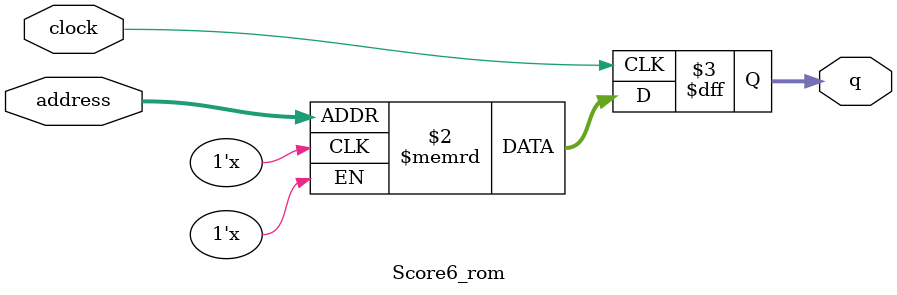
<source format=sv>
module Score6_rom (
	input logic clock,
	input logic [7:0] address,
	output logic [3:0] q
);

logic [3:0] memory [0:255] /* synthesis ram_init_file = "./Score6/Score6.mif" */;

always_ff @ (posedge clock) begin
	q <= memory[address];
end

endmodule

</source>
